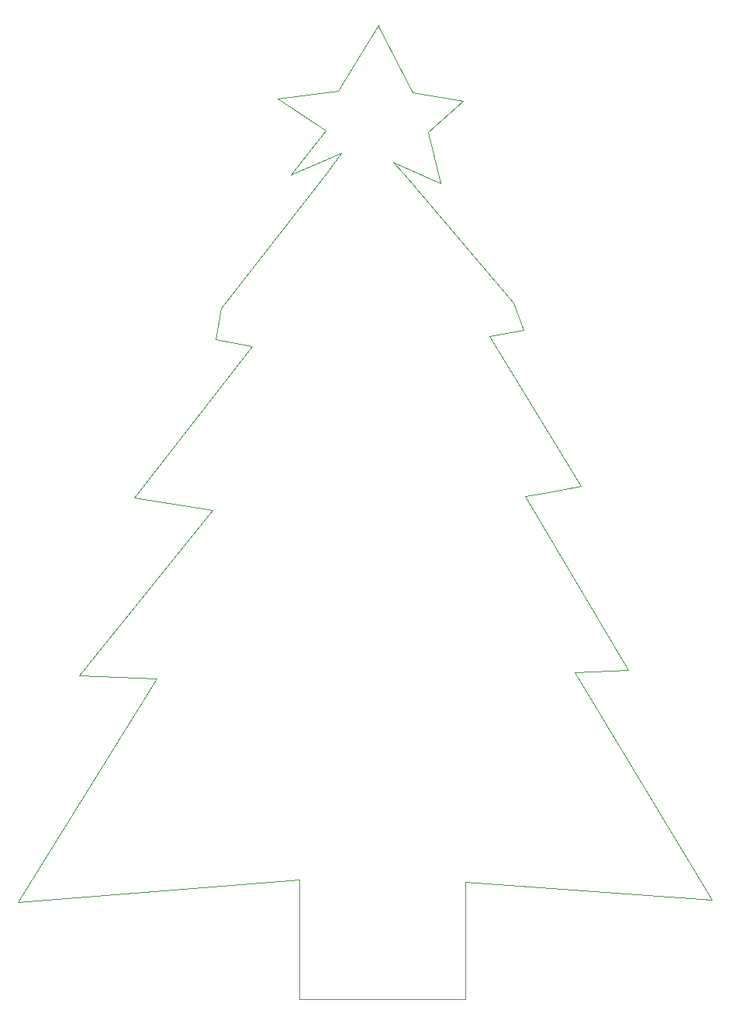
<source format=gbr>
%TF.GenerationSoftware,KiCad,Pcbnew,8.0.5*%
%TF.CreationDate,2024-11-21T02:05:10-08:00*%
%TF.ProjectId,Base,42617365-2e6b-4696-9361-645f70636258,rev?*%
%TF.SameCoordinates,Original*%
%TF.FileFunction,Profile,NP*%
%FSLAX46Y46*%
G04 Gerber Fmt 4.6, Leading zero omitted, Abs format (unit mm)*
G04 Created by KiCad (PCBNEW 8.0.5) date 2024-11-21 02:05:10*
%MOMM*%
%LPD*%
G01*
G04 APERTURE LIST*
%TA.AperFunction,Profile*%
%ADD10C,0.050000*%
%TD*%
G04 APERTURE END LIST*
D10*
X141700000Y-39000000D02*
X145400000Y-46200000D01*
X150900000Y-47100000D01*
X147100000Y-50500000D01*
X148500000Y-56100000D01*
X143300000Y-53800000D01*
X144400000Y-55000000D01*
X156400000Y-69100000D01*
X157500000Y-72100000D01*
X153800000Y-72800000D01*
X163800000Y-89100000D01*
X159800000Y-89900000D01*
X157700000Y-90200000D01*
X169000000Y-109200000D01*
X163100000Y-109400000D01*
X178100000Y-134200000D01*
X151200000Y-132300000D01*
X151200000Y-145100000D01*
X133100000Y-145100000D01*
X133100000Y-132000000D01*
X102300000Y-134500000D01*
X117500000Y-110100000D01*
X109000000Y-109800000D01*
X123600000Y-91700000D01*
X115000000Y-90400000D01*
X127900000Y-73900000D01*
X123900000Y-73100000D01*
X124500000Y-69700000D01*
X136000000Y-55000000D01*
X137600000Y-52800000D01*
X132100000Y-55200000D01*
X135900000Y-50300000D01*
X130700000Y-46900000D01*
X137300000Y-46000000D01*
X141700000Y-38800000D01*
X141700000Y-39000000D01*
M02*

</source>
